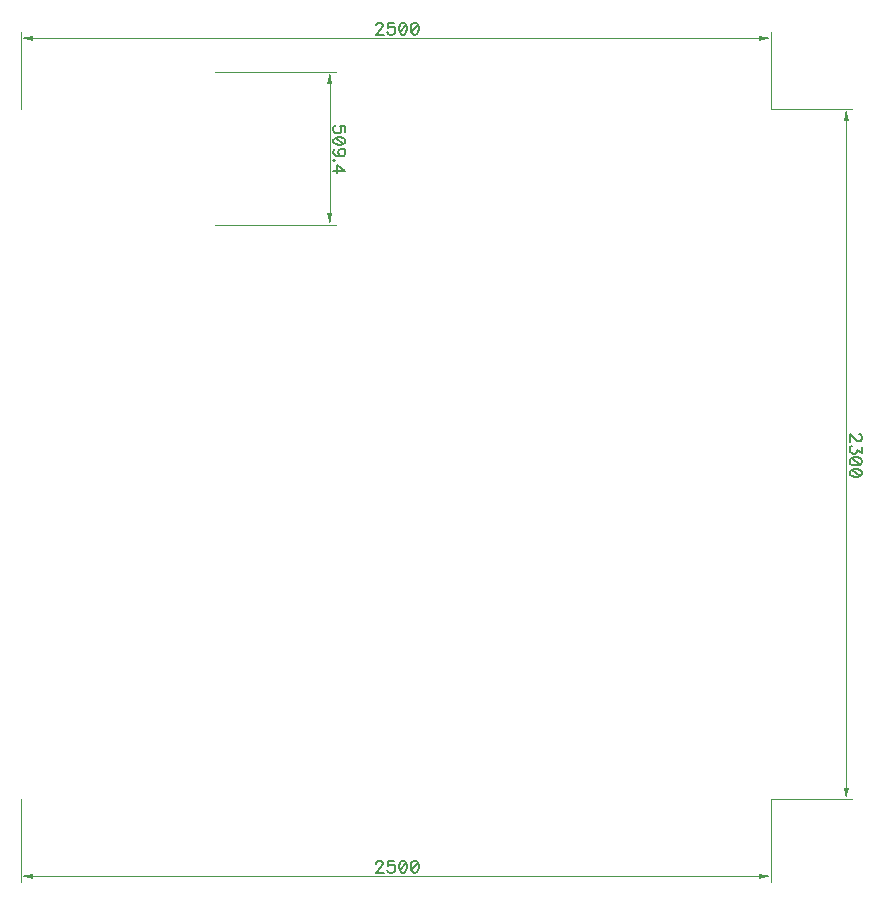
<source format=gbr>
%TF.GenerationSoftware,Novarm,DipTrace,3.2.0.1*%
%TF.CreationDate,2017-11-16T22:50:56-08:00*%
%FSLAX26Y26*%
%MOIN*%
%TF.FileFunction,Drawing,Top*%
%TF.Part,Single*%
%ADD13C,0.001378*%
%ADD98C,0.006176*%
G75*
G01*
%LPD*%
X494000Y494000D2*
D13*
Y218064D1*
X2994000Y494000D2*
Y218064D1*
X1744000Y237749D2*
X533370D1*
G36*
X494000D2*
X533370Y245623D1*
Y229875D1*
X494000Y237749D1*
G37*
X1744000D2*
D13*
X2954630D1*
G36*
X2994000D2*
X2954630Y229875D1*
Y245623D1*
X2994000Y237749D1*
G37*
Y2794000D2*
D13*
X3263685D1*
X2994000Y494000D2*
X3263685D1*
X3244000Y1644000D2*
Y2754630D1*
G36*
Y2794000D2*
X3251874Y2754630D1*
X3236126D1*
X3244000Y2794000D1*
G37*
Y1644000D2*
D13*
Y533370D1*
G36*
Y494000D2*
X3236126Y533370D1*
X3251874D1*
X3244000Y494000D1*
G37*
X494000Y2794000D2*
D13*
Y3051185D1*
X2994000Y2794000D2*
Y3051185D1*
X1744000Y3031500D2*
X533370D1*
G36*
X494000D2*
X533370Y3039374D1*
Y3023626D1*
X494000Y3031500D1*
G37*
X1744000D2*
D13*
X2954630D1*
G36*
X2994000D2*
X2954630Y3023626D1*
Y3039374D1*
X2994000Y3031500D1*
G37*
X1140875Y2409625D2*
D13*
X1541810D1*
X1140875Y2919000D2*
X1541810D1*
X1522125Y2664312D2*
Y2448995D1*
G36*
Y2409625D2*
X1514251Y2448995D1*
X1529999D1*
X1522125Y2409625D1*
G37*
Y2664312D2*
D13*
Y2879630D1*
G36*
Y2919000D2*
X1529999Y2879630D1*
X1514251D1*
X1522125Y2919000D1*
G37*
X1676917Y280557D2*
D98*
Y282459D1*
X1678818Y286305D1*
X1680719Y288207D1*
X1684566Y290108D1*
X1692216D1*
X1696018Y288207D1*
X1697919Y286305D1*
X1699865Y282459D1*
Y278656D1*
X1697919Y274809D1*
X1694117Y269105D1*
X1674971Y249960D1*
X1701766D1*
X1737065Y290108D2*
X1717964D1*
X1716063Y272908D1*
X1717964Y274809D1*
X1723712Y276755D1*
X1729416D1*
X1735164Y274809D1*
X1739011Y271007D1*
X1740912Y265259D1*
Y261456D1*
X1739011Y255708D1*
X1735164Y251861D1*
X1729416Y249960D1*
X1723712D1*
X1717964Y251861D1*
X1716063Y253807D1*
X1714117Y257609D1*
X1764760Y290108D2*
X1759012Y288207D1*
X1755165Y282459D1*
X1753264Y272908D1*
Y267160D1*
X1755165Y257609D1*
X1759012Y251861D1*
X1764760Y249960D1*
X1768562D1*
X1774310Y251861D1*
X1778113Y257609D1*
X1780058Y267160D1*
Y272908D1*
X1778113Y282459D1*
X1774310Y288207D1*
X1768562Y290108D1*
X1764760D1*
X1778113Y282459D2*
X1755165Y257609D1*
X1803906Y290108D2*
X1798158Y288207D1*
X1794311Y282459D1*
X1792410Y272908D1*
Y267160D1*
X1794311Y257609D1*
X1798158Y251861D1*
X1803906Y249960D1*
X1807708D1*
X1813456Y251861D1*
X1817259Y257609D1*
X1819204Y267160D1*
Y272908D1*
X1817259Y282459D1*
X1813456Y288207D1*
X1807708Y290108D1*
X1803906D1*
X1817259Y282459D2*
X1794311Y257609D1*
X3286808Y1711083D2*
X3288709D1*
X3292556Y1709182D1*
X3294457Y1707281D1*
X3296359Y1703434D1*
Y1695784D1*
X3294457Y1691982D1*
X3292556Y1690081D1*
X3288709Y1688135D1*
X3284907D1*
X3281060Y1690081D1*
X3275356Y1693883D1*
X3256211Y1713029D1*
Y1686234D1*
X3296359Y1670036D2*
Y1649033D1*
X3281060Y1660485D1*
Y1654737D1*
X3279159Y1650935D1*
X3277257Y1649033D1*
X3271509Y1647088D1*
X3267707D1*
X3261959Y1649033D1*
X3258112Y1652836D1*
X3256211Y1658584D1*
Y1664332D1*
X3258112Y1670036D1*
X3260058Y1671937D1*
X3263860Y1673883D1*
X3296359Y1623240D2*
X3294457Y1628988D1*
X3288709Y1632835D1*
X3279159Y1634736D1*
X3273411D1*
X3263860Y1632835D1*
X3258112Y1628988D1*
X3256211Y1623240D1*
Y1619438D1*
X3258112Y1613690D1*
X3263860Y1609887D1*
X3273411Y1607942D1*
X3279159D1*
X3288709Y1609887D1*
X3294457Y1613690D1*
X3296359Y1619438D1*
Y1623240D1*
X3288709Y1609887D2*
X3263860Y1632835D1*
X3296359Y1584094D2*
X3294457Y1589842D1*
X3288709Y1593689D1*
X3279159Y1595590D1*
X3273411D1*
X3263860Y1593689D1*
X3258112Y1589842D1*
X3256211Y1584094D1*
Y1580292D1*
X3258112Y1574544D1*
X3263860Y1570741D1*
X3273411Y1568796D1*
X3279159D1*
X3288709Y1570741D1*
X3294457Y1574544D1*
X3296359Y1580292D1*
Y1584094D1*
X3288709Y1570741D2*
X3263860Y1593689D1*
X1676917Y3074308D2*
Y3076209D1*
X1678818Y3080056D1*
X1680719Y3081957D1*
X1684566Y3083859D1*
X1692216D1*
X1696018Y3081957D1*
X1697919Y3080056D1*
X1699865Y3076209D1*
Y3072407D1*
X1697919Y3068560D1*
X1694117Y3062856D1*
X1674971Y3043711D1*
X1701766D1*
X1737065Y3083859D2*
X1717964D1*
X1716063Y3066659D1*
X1717964Y3068560D1*
X1723712Y3070505D1*
X1729416D1*
X1735164Y3068560D1*
X1739011Y3064757D1*
X1740912Y3059009D1*
Y3055207D1*
X1739011Y3049459D1*
X1735164Y3045612D1*
X1729416Y3043711D1*
X1723712D1*
X1717964Y3045612D1*
X1716063Y3047558D1*
X1714117Y3051360D1*
X1764760Y3083859D2*
X1759012Y3081957D1*
X1755165Y3076209D1*
X1753264Y3066659D1*
Y3060911D1*
X1755165Y3051360D1*
X1759012Y3045612D1*
X1764760Y3043711D1*
X1768562D1*
X1774310Y3045612D1*
X1778113Y3051360D1*
X1780058Y3060911D1*
Y3066659D1*
X1778113Y3076209D1*
X1774310Y3081957D1*
X1768562Y3083859D1*
X1764760D1*
X1778113Y3076209D2*
X1755165Y3051360D1*
X1803906Y3083859D2*
X1798158Y3081957D1*
X1794311Y3076209D1*
X1792410Y3066659D1*
Y3060911D1*
X1794311Y3051360D1*
X1798158Y3045612D1*
X1803906Y3043711D1*
X1807708D1*
X1813456Y3045612D1*
X1817259Y3051360D1*
X1819204Y3060911D1*
Y3066659D1*
X1817259Y3076209D1*
X1813456Y3081957D1*
X1807708Y3083859D1*
X1803906D1*
X1817259Y3076209D2*
X1794311Y3051360D1*
X1574483Y2718492D2*
Y2737593D1*
X1557283Y2739495D1*
X1559185Y2737593D1*
X1561130Y2731845D1*
Y2726141D1*
X1559185Y2720393D1*
X1555382Y2716547D1*
X1549634Y2714645D1*
X1545831D1*
X1540083Y2716547D1*
X1536237Y2720393D1*
X1534335Y2726141D1*
Y2731845D1*
X1536237Y2737593D1*
X1538182Y2739495D1*
X1541985Y2741440D1*
X1574483Y2690798D2*
X1572582Y2696546D1*
X1566834Y2700393D1*
X1557283Y2702294D1*
X1551535D1*
X1541985Y2700393D1*
X1536237Y2696546D1*
X1534335Y2690798D1*
Y2686995D1*
X1536237Y2681247D1*
X1541985Y2677445D1*
X1551535Y2675499D1*
X1557283D1*
X1566834Y2677445D1*
X1572582Y2681247D1*
X1574483Y2686995D1*
Y2690798D1*
X1566834Y2677445D2*
X1541985Y2700393D1*
X1561130Y2638254D2*
X1555382Y2640200D1*
X1551535Y2644002D1*
X1549634Y2649751D1*
Y2651652D1*
X1551535Y2657400D1*
X1555382Y2661202D1*
X1561130Y2663148D1*
X1563031D1*
X1568779Y2661202D1*
X1572582Y2657400D1*
X1574483Y2651652D1*
Y2649751D1*
X1572582Y2644002D1*
X1568779Y2640200D1*
X1561130Y2638254D1*
X1551535D1*
X1541985Y2640200D1*
X1536237Y2644002D1*
X1534335Y2649751D1*
Y2653553D1*
X1536237Y2659301D1*
X1540083Y2661202D1*
X1538182Y2624002D2*
X1536237Y2625903D1*
X1534335Y2624002D1*
X1536237Y2622056D1*
X1538182Y2624002D1*
X1534335Y2590560D2*
X1574483D1*
X1547733Y2609705D1*
Y2581009D1*
M02*

</source>
